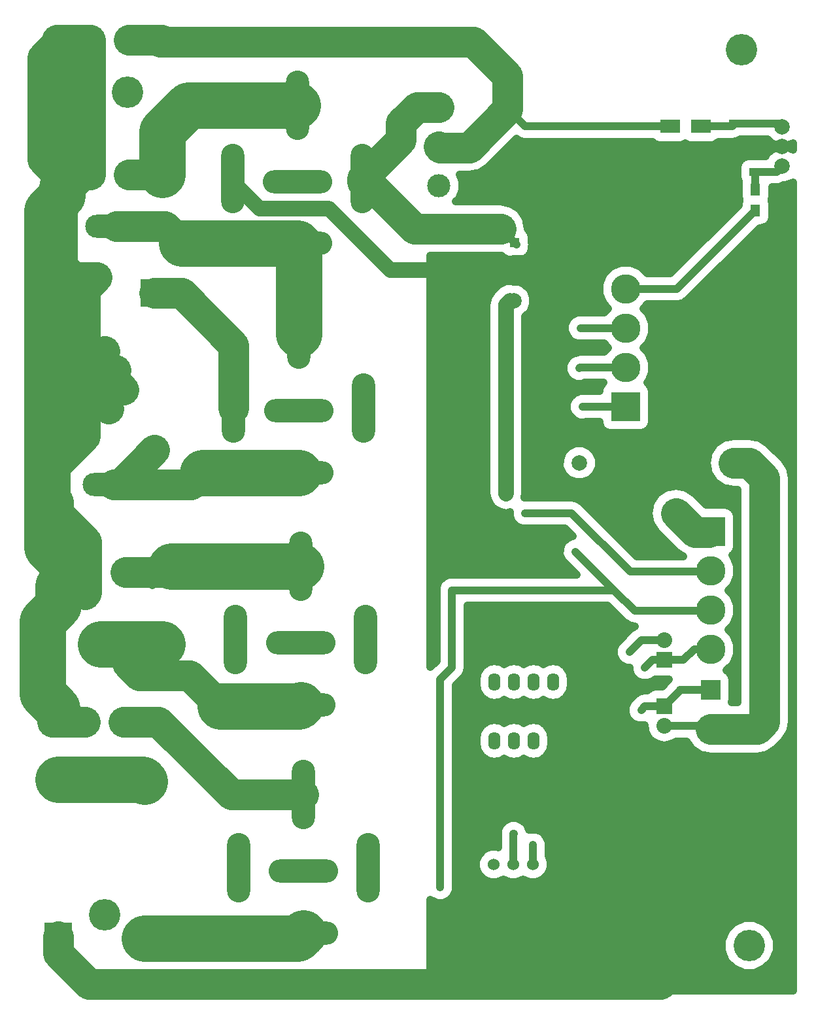
<source format=gbr>
G04 #@! TF.FileFunction,Copper,L2,Bot,Signal*
%FSLAX46Y46*%
G04 Gerber Fmt 4.6, Leading zero omitted, Abs format (unit mm)*
G04 Created by KiCad (PCBNEW 4.0.6) date Saturday, 02 July 2022 'AMt' 09:59:54*
%MOMM*%
%LPD*%
G01*
G04 APERTURE LIST*
%ADD10C,0.100000*%
%ADD11C,1.300000*%
%ADD12R,1.300000X1.300000*%
%ADD13C,1.998980*%
%ADD14O,1.600000X2.300000*%
%ADD15O,8.000000X3.000000*%
%ADD16C,3.000000*%
%ADD17C,3.540760*%
%ADD18R,3.540760X3.540760*%
%ADD19O,3.000000X9.000000*%
%ADD20O,9.000000X3.000000*%
%ADD21C,3.810000*%
%ADD22R,3.810000X3.810000*%
%ADD23C,2.000000*%
%ADD24C,1.524000*%
%ADD25R,2.032000X2.032000*%
%ADD26O,2.032000X2.032000*%
%ADD27C,3.800000*%
%ADD28R,3.000000X3.500000*%
%ADD29R,2.540000X2.540000*%
%ADD30C,2.540000*%
%ADD31C,10.000000*%
%ADD32C,4.064000*%
%ADD33R,1.600000X1.000000*%
%ADD34R,2.500000X1.800000*%
%ADD35R,1.300000X1.500000*%
%ADD36C,1.000000*%
%ADD37C,1.000000*%
%ADD38C,4.000000*%
%ADD39C,2.000000*%
%ADD40C,6.000000*%
G04 APERTURE END LIST*
D10*
D11*
X63350000Y94700000D03*
D12*
X63350000Y98200000D03*
D13*
X71700000Y69700000D03*
X91700000Y69700000D03*
D14*
X60700000Y33700000D03*
X63240000Y33700000D03*
X65780000Y33700000D03*
X68320000Y33700000D03*
X68320000Y41320000D03*
X65780000Y41320000D03*
X63240000Y41320000D03*
X60700000Y41320000D03*
D15*
X11750000Y100350000D03*
D16*
X9210000Y100350000D03*
X14290000Y100350000D03*
D17*
X16702540Y71380000D03*
D18*
X16702540Y91700000D03*
D17*
X15397460Y28420000D03*
D18*
X15397460Y8100000D03*
D17*
X4197460Y28720000D03*
D18*
X4197460Y8400000D03*
D19*
X43600000Y106525000D03*
X26800000Y106525000D03*
X35200000Y116025000D03*
D20*
X35200000Y106125000D03*
X35200000Y98125000D03*
D19*
X43750000Y76825000D03*
X26950000Y76825000D03*
X35350000Y86325000D03*
D20*
X35350000Y76425000D03*
X35350000Y68425000D03*
D19*
X44375000Y17250000D03*
X27575000Y17250000D03*
X35975000Y26750000D03*
D20*
X35975000Y16850000D03*
X35975000Y8850000D03*
D19*
X44000000Y46800000D03*
X27200000Y46800000D03*
X35600000Y56300000D03*
D20*
X35600000Y46400000D03*
X35600000Y38400000D03*
D21*
X77700000Y82070000D03*
X77700000Y87150000D03*
D22*
X77700000Y76990000D03*
D21*
X77700000Y92230000D03*
X77700000Y97310000D03*
D15*
X11450000Y66900000D03*
D16*
X13990000Y66900000D03*
X8910000Y66900000D03*
D15*
X9700000Y28700000D03*
D16*
X12240000Y28700000D03*
X7160000Y28700000D03*
D23*
X97985000Y110675000D03*
X97985000Y113215000D03*
X97985000Y108135000D03*
D16*
X53535000Y110675000D03*
X53535000Y115755000D03*
X53535000Y105595000D03*
D24*
X63160000Y17700000D03*
X60620000Y17700000D03*
X65700000Y17700000D03*
D15*
X13200000Y46200000D03*
D16*
X10660000Y46200000D03*
X15740000Y46200000D03*
D25*
X82700000Y44200000D03*
D26*
X82700000Y46740000D03*
D25*
X82700000Y38200000D03*
D26*
X82700000Y35660000D03*
D27*
X4075000Y124475000D03*
X8325000Y124475000D03*
X13325000Y124475000D03*
X17575000Y124475000D03*
D28*
X15475000Y124475000D03*
X6175000Y124475000D03*
D27*
X4150000Y107000000D03*
X8400000Y107000000D03*
X13400000Y107000000D03*
X17650000Y107000000D03*
D28*
X15550000Y107000000D03*
X6250000Y107000000D03*
D27*
X3650000Y55550000D03*
X7900000Y55550000D03*
X12900000Y55550000D03*
X17150000Y55550000D03*
D28*
X15050000Y55550000D03*
X5750000Y55550000D03*
D27*
X3450000Y36200000D03*
X7700000Y36200000D03*
X12700000Y36200000D03*
X16950000Y36200000D03*
D28*
X14850000Y36200000D03*
X5550000Y36200000D03*
D21*
X88700000Y55740000D03*
X88700000Y50660000D03*
D22*
X88700000Y60820000D03*
D21*
X88700000Y45580000D03*
D29*
X88700000Y40280000D03*
D30*
X88700000Y35200000D03*
X88700000Y30120000D03*
D31*
X76200000Y10700000D03*
X6200000Y80200000D03*
D32*
X93700000Y7200000D03*
X10200000Y11200000D03*
X92700000Y123200000D03*
X13200000Y117700000D03*
D33*
X94510000Y107390000D03*
X94510000Y110390000D03*
X91840000Y110590000D03*
X91840000Y113590000D03*
D34*
X83440000Y113250000D03*
X87440000Y113250000D03*
D35*
X94510000Y102390000D03*
X94510000Y105090000D03*
D36*
X66200000Y22200000D03*
X72700000Y44700000D03*
X80200000Y43200000D03*
X62200000Y65700000D03*
X62200000Y75200000D03*
X62200000Y82700000D03*
D23*
X62700000Y90700000D03*
X63200000Y90700000D03*
D36*
X84200000Y63200000D03*
X72125000Y76975000D03*
X71675000Y81950000D03*
X53700000Y14700000D03*
X55200000Y53200000D03*
X71200000Y58200000D03*
X64700000Y63200000D03*
X15400000Y124375000D03*
X78200000Y45200000D03*
X71850000Y87150000D03*
X63200000Y21700000D03*
X79700000Y37700000D03*
X65700000Y20200000D03*
D37*
X91840000Y110590000D02*
X91840000Y110500000D01*
X91840000Y110500000D02*
X78650000Y97310000D01*
X78650000Y97310000D02*
X77700000Y97310000D01*
X94510000Y110390000D02*
X97700000Y110390000D01*
X97700000Y110390000D02*
X97985000Y110675000D01*
X91840000Y110590000D02*
X94310000Y110590000D01*
X94310000Y110590000D02*
X94510000Y110390000D01*
D38*
X16702540Y91700000D02*
X20200000Y91700000D01*
X26950000Y84950000D02*
X26950000Y76825000D01*
X20200000Y91700000D02*
X26950000Y84950000D01*
X4197460Y8400000D02*
X4197460Y6202540D01*
X88700000Y8700000D02*
X88700000Y30120000D01*
X82200000Y2200000D02*
X88700000Y8700000D01*
X8200000Y2200000D02*
X82200000Y2200000D01*
X4197460Y6202540D02*
X8200000Y2200000D01*
D37*
X78450000Y30450000D02*
X78450000Y30120000D01*
X74450000Y30450000D02*
X78450000Y30450000D01*
X66200000Y22200000D02*
X74450000Y30450000D01*
X68320000Y33700000D02*
X75200000Y33700000D01*
X78780000Y30120000D02*
X78450000Y30120000D01*
X78450000Y30120000D02*
X88700000Y30120000D01*
X75200000Y33700000D02*
X78780000Y30120000D01*
X71700000Y33700000D02*
X68320000Y33700000D01*
X72700000Y34700000D02*
X71700000Y33700000D01*
X72700000Y44700000D02*
X72700000Y34700000D01*
X68320000Y33580000D02*
X68320000Y33700000D01*
D39*
X63350000Y94700000D02*
X47200000Y94700000D01*
X30274998Y102625002D02*
X26800000Y106100000D01*
X39274998Y102625002D02*
X30274998Y102625002D01*
X47200000Y94700000D02*
X39274998Y102625002D01*
X26800000Y106100000D02*
X26800000Y106525000D01*
D38*
X63350000Y94700000D02*
X71575000Y94700000D01*
X71575000Y94700000D02*
X74185000Y97310000D01*
X74185000Y97310000D02*
X77700000Y97310000D01*
D37*
X26950000Y106375000D02*
X26800000Y106525000D01*
X27200000Y17625000D02*
X27575000Y17250000D01*
X74185000Y97310000D02*
X77700000Y97310000D01*
X71575000Y94700000D02*
X74185000Y97310000D01*
X81200000Y44200000D02*
X82700000Y44200000D01*
X80200000Y43200000D02*
X81200000Y44200000D01*
X88700000Y45580000D02*
X86580000Y45580000D01*
X86580000Y45580000D02*
X85200000Y44200000D01*
X85200000Y44200000D02*
X82700000Y44200000D01*
X82700000Y35660000D02*
X88240000Y35660000D01*
X88240000Y35660000D02*
X88700000Y35200000D01*
D38*
X88700000Y35200000D02*
X94700000Y35200000D01*
X93700000Y69700000D02*
X91700000Y69700000D01*
X95700000Y67700000D02*
X93700000Y69700000D01*
X95700000Y36200000D02*
X95700000Y67700000D01*
X94700000Y35200000D02*
X95700000Y36200000D01*
D39*
X62200000Y65700000D02*
X62200000Y75700000D01*
D37*
X62200000Y75200000D02*
X62200000Y75700000D01*
D39*
X62700000Y90700000D02*
X62200000Y90200000D01*
X62200000Y90200000D02*
X62200000Y82700000D01*
X62200000Y82700000D02*
X62200000Y75700000D01*
D38*
X43600000Y106525000D02*
X43875000Y106525000D01*
X43875000Y106525000D02*
X50380000Y100020000D01*
D37*
X61530000Y100020000D02*
X63600000Y97950000D01*
D38*
X50380000Y100020000D02*
X61530000Y100020000D01*
X43600000Y106525000D02*
X43600000Y106100000D01*
X53535000Y115755000D02*
X50680000Y115755000D01*
X50680000Y115755000D02*
X48625000Y113700000D01*
X48625000Y113700000D02*
X48625000Y111550000D01*
X48625000Y111550000D02*
X43600000Y106525000D01*
D37*
X63600000Y97950000D02*
X63350000Y98200000D01*
D38*
X88450000Y60675000D02*
X86725000Y60675000D01*
X86725000Y60675000D02*
X84200000Y63200000D01*
X88450000Y60675000D02*
X87725000Y60675000D01*
D37*
X72125000Y76975000D02*
X72140000Y76990000D01*
X72140000Y76990000D02*
X77700000Y76990000D01*
X94510000Y102390000D02*
X94490000Y102390000D01*
X94490000Y102390000D02*
X84330000Y92230000D01*
X84330000Y92230000D02*
X77700000Y92230000D01*
X71795000Y82070000D02*
X77700000Y82070000D01*
X71675000Y81950000D02*
X71795000Y82070000D01*
X55200000Y43200000D02*
X55200000Y53200000D01*
X53700000Y41700000D02*
X55200000Y43200000D01*
X53700000Y14700000D02*
X53700000Y41700000D01*
X55200000Y53200000D02*
X76200000Y53200000D01*
X78885000Y50515000D02*
X88450000Y50515000D01*
X71200000Y58200000D02*
X76200000Y53200000D01*
X76200000Y53200000D02*
X78885000Y50515000D01*
X87358200Y50515000D02*
X88450000Y50515000D01*
X88450000Y55595000D02*
X78305000Y55595000D01*
X70700000Y63200000D02*
X64700000Y63200000D01*
X78305000Y55595000D02*
X70700000Y63200000D01*
X88450000Y55595000D02*
X87424320Y55595000D01*
D38*
X11450000Y66900000D02*
X12222540Y66900000D01*
X12222540Y66900000D02*
X16702540Y71380000D01*
X11450000Y66900000D02*
X21400000Y66900000D01*
X21400000Y66900000D02*
X22925000Y68425000D01*
D40*
X22925000Y68425000D02*
X35350000Y68425000D01*
D37*
X21400000Y66900000D02*
X22925000Y68425000D01*
D40*
X9700000Y28700000D02*
X15117460Y28700000D01*
X15117460Y28700000D02*
X15397460Y28420000D01*
X4197460Y28720000D02*
X9680000Y28720000D01*
X9680000Y28720000D02*
X9700000Y28700000D01*
D37*
X4197460Y28720000D02*
X4197460Y29197460D01*
X15397460Y28420000D02*
X15397460Y28602540D01*
D40*
X15397460Y8100000D02*
X35225000Y8100000D01*
X35225000Y8100000D02*
X35975000Y8850000D01*
D37*
X83440000Y113250000D02*
X64675000Y113250000D01*
X64675000Y113250000D02*
X62425000Y115500000D01*
D38*
X13325000Y124475000D02*
X17575000Y124475000D01*
X57450000Y110525000D02*
X53685000Y110525000D01*
X53685000Y110525000D02*
X53535000Y110675000D01*
X58000000Y124200000D02*
X17400000Y124200000D01*
X62425000Y119775000D02*
X58000000Y124200000D01*
X62425000Y115500000D02*
X62425000Y119775000D01*
X57450000Y110525000D02*
X62425000Y115500000D01*
X6200000Y80200000D02*
X7200000Y80200000D01*
X7200000Y80200000D02*
X10700000Y76700000D01*
X6200000Y80200000D02*
X10200000Y84200000D01*
X6200000Y80200000D02*
X11700000Y80200000D01*
X11700000Y80200000D02*
X12700000Y79200000D01*
X6200000Y80200000D02*
X10200000Y80200000D01*
X10200000Y80200000D02*
X11700000Y81700000D01*
X7700000Y73200000D02*
X7700000Y92200000D01*
X7700000Y92200000D02*
X9200000Y93700000D01*
X6200000Y93700000D02*
X9200000Y93700000D01*
X7700000Y73200000D02*
X3700000Y69200000D01*
X7900000Y55550000D02*
X7900000Y52900000D01*
X7900000Y52900000D02*
X7700000Y52700000D01*
X8400000Y107000000D02*
X7350000Y107000000D01*
X7350000Y107000000D02*
X4700000Y104350000D01*
X4700000Y104350000D02*
X4700000Y95200000D01*
X4700000Y95200000D02*
X6200000Y93700000D01*
X6200000Y93700000D02*
X6200000Y75700000D01*
X6200000Y75700000D02*
X3700000Y73200000D01*
X3700000Y73200000D02*
X3700000Y69200000D01*
X3700000Y69200000D02*
X3700000Y65200000D01*
X3700000Y65200000D02*
X4200000Y64700000D01*
X4200000Y64700000D02*
X4200000Y63200000D01*
X4200000Y63200000D02*
X7900000Y59500000D01*
X7900000Y59500000D02*
X7900000Y55550000D01*
X8325000Y124475000D02*
X8325000Y107075000D01*
X8325000Y107075000D02*
X8400000Y107000000D01*
X4075000Y124475000D02*
X4075000Y124075000D01*
X4075000Y124075000D02*
X2200000Y122200000D01*
X2200000Y108950000D02*
X4150000Y107000000D01*
X2200000Y122200000D02*
X2200000Y108950000D01*
X3450000Y36200000D02*
X7700000Y36200000D01*
X4250000Y51250000D02*
X4250000Y54950000D01*
X4250000Y54950000D02*
X4850000Y55550000D01*
X4850000Y55550000D02*
X7900000Y55550000D01*
X4150000Y107000000D02*
X8400000Y107000000D01*
X4075000Y124475000D02*
X8325000Y124475000D01*
D40*
X4250000Y53800000D02*
X4250000Y51250000D01*
X2200000Y39800000D02*
X4050000Y37950000D01*
X2200000Y49200000D02*
X2200000Y39800000D01*
X4250000Y51250000D02*
X2200000Y49200000D01*
D37*
X4250000Y57300000D02*
X4250000Y53800000D01*
D38*
X6175000Y124475000D02*
X6175000Y123825000D01*
X6175000Y123825000D02*
X4575000Y122225000D01*
X4575000Y122225000D02*
X4575000Y108675000D01*
X4575000Y108675000D02*
X6250000Y107000000D01*
D40*
X4700000Y105375000D02*
X4700000Y104350000D01*
X4700000Y104350000D02*
X2750000Y102400000D01*
X2750000Y102400000D02*
X2750000Y58750000D01*
X2750000Y58750000D02*
X4150000Y57350000D01*
X17650000Y107000000D02*
X17650000Y112650000D01*
X21025000Y116025000D02*
X35200000Y116025000D01*
X17650000Y112650000D02*
X21025000Y116025000D01*
D38*
X13400000Y107000000D02*
X17650000Y107000000D01*
D37*
X17050000Y108750000D02*
X17050000Y105250000D01*
D38*
X12900000Y55550000D02*
X17150000Y55550000D01*
D40*
X35600000Y56300000D02*
X18900000Y56300000D01*
D37*
X18900000Y56300000D02*
X16450000Y53850000D01*
D38*
X14850000Y36200000D02*
X16950000Y36200000D01*
X16950000Y36200000D02*
X17200000Y36200000D01*
X17200000Y36200000D02*
X26650000Y26750000D01*
X26650000Y26750000D02*
X35975000Y26750000D01*
X12700000Y36200000D02*
X16950000Y36200000D01*
D37*
X79740000Y46740000D02*
X82700000Y46740000D01*
X78200000Y45200000D02*
X79740000Y46740000D01*
D38*
X11750000Y100350000D02*
X18025000Y100350000D01*
X18025000Y100350000D02*
X20250000Y98125000D01*
D40*
X35200000Y98125000D02*
X20250000Y98125000D01*
D37*
X20250000Y98125000D02*
X18025000Y100350000D01*
D40*
X35350000Y86325000D02*
X35350000Y97975000D01*
D37*
X35350000Y97975000D02*
X35200000Y98125000D01*
D38*
X13200000Y46200000D02*
X13200000Y43700000D01*
X21200000Y42200000D02*
X25200000Y38200000D01*
X14700000Y42200000D02*
X21200000Y42200000D01*
X13200000Y43700000D02*
X14700000Y42200000D01*
D40*
X25200000Y38200000D02*
X35400000Y38200000D01*
X13200000Y46200000D02*
X9700000Y46200000D01*
X35400000Y38200000D02*
X35600000Y38400000D01*
X17700000Y46200000D02*
X13200000Y46200000D01*
D37*
X71850000Y87150000D02*
X77700000Y87150000D01*
X63160000Y21660000D02*
X63160000Y17700000D01*
X63200000Y21700000D02*
X63160000Y21660000D01*
X82700000Y38200000D02*
X80200000Y38200000D01*
X80200000Y38200000D02*
X79700000Y37700000D01*
X65700000Y17700000D02*
X65700000Y20200000D01*
X82700000Y38200000D02*
X84700000Y40200000D01*
X84700000Y40200000D02*
X84700000Y40280000D01*
X88700000Y40280000D02*
X84700000Y40280000D01*
X94510000Y107390000D02*
X94510000Y105090000D01*
X94510000Y107390000D02*
X97240000Y107390000D01*
X97240000Y107390000D02*
X97985000Y108135000D01*
X91840000Y113590000D02*
X97610000Y113590000D01*
X97610000Y113590000D02*
X97985000Y113215000D01*
X87440000Y113250000D02*
X91500000Y113250000D01*
X91500000Y113250000D02*
X91840000Y113590000D01*
G36*
X63909633Y111402241D02*
X64036616Y111376982D01*
X64675000Y111249999D01*
X64675005Y111250000D01*
X81142905Y111250000D01*
X81594983Y110941108D01*
X82190000Y110820614D01*
X84690000Y110820614D01*
X85245867Y110925207D01*
X85437645Y111048613D01*
X85594983Y110941108D01*
X86190000Y110820614D01*
X88690000Y110820614D01*
X89245867Y110925207D01*
X89750609Y111250000D01*
X91499995Y111250000D01*
X91500000Y111249999D01*
X92265367Y111402241D01*
X92502389Y111560614D01*
X92640000Y111560614D01*
X92796174Y111590000D01*
X96074714Y111590000D01*
X96567015Y111096839D01*
X97485538Y110715435D01*
X98480099Y110714567D01*
X99350000Y111074002D01*
X99350000Y110275162D01*
X98484462Y110634565D01*
X97489901Y110635433D01*
X96570714Y110255633D01*
X95866839Y109552985D01*
X95799162Y109390000D01*
X95455112Y109390000D01*
X95310000Y109419386D01*
X93710000Y109419386D01*
X93154133Y109314793D01*
X92643604Y108986276D01*
X92301108Y108485017D01*
X92180614Y107890000D01*
X92180614Y106890000D01*
X92285207Y106334133D01*
X92395857Y106162179D01*
X92330614Y105840000D01*
X92330614Y104340000D01*
X92435207Y103784133D01*
X92459196Y103746854D01*
X92451108Y103735017D01*
X92330614Y103140000D01*
X92330614Y103059041D01*
X83501572Y94230000D01*
X80514689Y94230000D01*
X79631296Y95114935D01*
X78380268Y95634408D01*
X77025675Y95635590D01*
X75773742Y95118302D01*
X74815065Y94161296D01*
X74295592Y92910268D01*
X74294410Y91555675D01*
X74811698Y90303742D01*
X75424601Y89689769D01*
X74883889Y89150000D01*
X71850599Y89150000D01*
X71453921Y89150346D01*
X70718571Y88846506D01*
X70155471Y88284388D01*
X69850348Y87549570D01*
X69849654Y86753921D01*
X70153494Y86018571D01*
X70715612Y85455471D01*
X71450430Y85150348D01*
X72246079Y85149654D01*
X72246916Y85150000D01*
X74885311Y85150000D01*
X75424601Y84609769D01*
X74883889Y84070000D01*
X71795005Y84070000D01*
X71795000Y84070001D01*
X71193459Y83950346D01*
X71029633Y83917759D01*
X70753475Y83733236D01*
X70543571Y83646506D01*
X70381420Y83484637D01*
X70380786Y83484214D01*
X70380784Y83484211D01*
X70260875Y83364303D01*
X69980471Y83084388D01*
X69675348Y82349570D01*
X69674654Y81553921D01*
X69978494Y80818571D01*
X70540612Y80255471D01*
X71275430Y79950348D01*
X71674998Y79949999D01*
X71675002Y79949999D01*
X72071079Y79949654D01*
X72362339Y80070000D01*
X74850944Y80070000D01*
X74728604Y79991276D01*
X74386108Y79490017D01*
X74284852Y78990000D01*
X72140000Y78990000D01*
X72064856Y78975053D01*
X71728921Y78975346D01*
X71415709Y78845929D01*
X71374633Y78837759D01*
X71340115Y78814695D01*
X70993571Y78671506D01*
X70725865Y78404267D01*
X70725786Y78404214D01*
X70725784Y78404211D01*
X70710878Y78389306D01*
X70430471Y78109388D01*
X70125348Y77374570D01*
X70124654Y76578921D01*
X70428494Y75843571D01*
X70990612Y75280471D01*
X71725430Y74975348D01*
X72124998Y74974999D01*
X72125002Y74974999D01*
X72521079Y74974654D01*
X72558219Y74990000D01*
X74283489Y74990000D01*
X74370207Y74529133D01*
X74698724Y74018604D01*
X75199983Y73676108D01*
X75795000Y73555614D01*
X79605000Y73555614D01*
X80160867Y73660207D01*
X80671396Y73988724D01*
X81013892Y74489983D01*
X81134386Y75085000D01*
X81134386Y78895000D01*
X81029793Y79450867D01*
X80701276Y79961396D01*
X80526764Y80080635D01*
X80584935Y80138704D01*
X81104408Y81389732D01*
X81105590Y82744325D01*
X80588302Y83996258D01*
X79975399Y84610231D01*
X80584935Y85218704D01*
X81104408Y86469732D01*
X81105590Y87824325D01*
X80588302Y89076258D01*
X79975399Y89690231D01*
X80516111Y90230000D01*
X84329995Y90230000D01*
X84330000Y90229999D01*
X85095367Y90382241D01*
X85744214Y90815786D01*
X95039041Y100110614D01*
X95160000Y100110614D01*
X95715867Y100215207D01*
X96226396Y100543724D01*
X96568892Y101044983D01*
X96689386Y101640000D01*
X96689386Y103140000D01*
X96584793Y103695867D01*
X96560804Y103733146D01*
X96568892Y103744983D01*
X96689386Y104340000D01*
X96689386Y105390000D01*
X97239995Y105390000D01*
X97240000Y105389999D01*
X98005367Y105542241D01*
X98143982Y105634860D01*
X98480099Y105634567D01*
X99350000Y105994002D01*
X99350000Y1400000D01*
X52425000Y1400000D01*
X52425000Y6500524D01*
X90167388Y6500524D01*
X90703970Y5201896D01*
X91696670Y4207462D01*
X92994360Y3668614D01*
X94399476Y3667388D01*
X95698104Y4203970D01*
X96692538Y5196670D01*
X97231386Y6494360D01*
X97232612Y7899476D01*
X96696030Y9198104D01*
X95703330Y10192538D01*
X94405640Y10731386D01*
X93000524Y10732612D01*
X91701896Y10196030D01*
X90707462Y9203330D01*
X90168614Y7905640D01*
X90167388Y6500524D01*
X52425000Y6500524D01*
X52425000Y13146329D01*
X52565612Y13005471D01*
X53300430Y12700348D01*
X54096079Y12699654D01*
X54831429Y13003494D01*
X55394529Y13565612D01*
X55699652Y14300430D01*
X55700346Y15096079D01*
X55700000Y15096916D01*
X55700000Y17252034D01*
X58357608Y17252034D01*
X58701252Y16420354D01*
X59337007Y15783488D01*
X60168086Y15438394D01*
X61067966Y15437608D01*
X61890998Y15777679D01*
X62708086Y15438394D01*
X63607966Y15437608D01*
X64430998Y15777679D01*
X65248086Y15438394D01*
X66147966Y15437608D01*
X66979646Y15781252D01*
X67616512Y16417007D01*
X67961606Y17248086D01*
X67962392Y18147966D01*
X67700000Y18783002D01*
X67700000Y20199401D01*
X67700346Y20596079D01*
X67396506Y21331429D01*
X66834388Y21894529D01*
X66099570Y22199652D01*
X65303921Y22200346D01*
X65178651Y22148585D01*
X64896506Y22831429D01*
X64334388Y23394529D01*
X63599570Y23699652D01*
X63200002Y23700001D01*
X63199998Y23700001D01*
X62803921Y23700346D01*
X62068571Y23396506D01*
X61505471Y22834388D01*
X61374028Y22517838D01*
X61312241Y22425367D01*
X61290734Y22317243D01*
X61200348Y22099570D01*
X61200141Y21861804D01*
X61159999Y21660000D01*
X61160000Y21659995D01*
X61160000Y19925030D01*
X61071914Y19961606D01*
X60172034Y19962392D01*
X59340354Y19618748D01*
X58703488Y18982993D01*
X58358394Y18151914D01*
X58357608Y17252034D01*
X55700000Y17252034D01*
X55700000Y34101917D01*
X58400000Y34101917D01*
X58400000Y33298083D01*
X58575077Y32417911D01*
X59073654Y31671737D01*
X59819828Y31173160D01*
X60700000Y30998083D01*
X61580172Y31173160D01*
X61970000Y31433634D01*
X62359828Y31173160D01*
X63240000Y30998083D01*
X64120172Y31173160D01*
X64510000Y31433634D01*
X64899828Y31173160D01*
X65780000Y30998083D01*
X66660172Y31173160D01*
X67406346Y31671737D01*
X67904923Y32417911D01*
X68080000Y33298083D01*
X68080000Y34101917D01*
X67904923Y34982089D01*
X67406346Y35728263D01*
X66660172Y36226840D01*
X65780000Y36401917D01*
X64899828Y36226840D01*
X64510000Y35966366D01*
X64120172Y36226840D01*
X63240000Y36401917D01*
X62359828Y36226840D01*
X61970000Y35966366D01*
X61580172Y36226840D01*
X60700000Y36401917D01*
X59819828Y36226840D01*
X59073654Y35728263D01*
X58575077Y34982089D01*
X58400000Y34101917D01*
X55700000Y34101917D01*
X55700000Y40871572D01*
X56550344Y41721917D01*
X58400000Y41721917D01*
X58400000Y40918083D01*
X58575077Y40037911D01*
X59073654Y39291737D01*
X59819828Y38793160D01*
X60700000Y38618083D01*
X61580172Y38793160D01*
X61970000Y39053634D01*
X62359828Y38793160D01*
X63240000Y38618083D01*
X64120172Y38793160D01*
X64510000Y39053634D01*
X64899828Y38793160D01*
X65780000Y38618083D01*
X66660172Y38793160D01*
X67050000Y39053634D01*
X67439828Y38793160D01*
X68320000Y38618083D01*
X69200172Y38793160D01*
X69946346Y39291737D01*
X70444923Y40037911D01*
X70620000Y40918083D01*
X70620000Y41721917D01*
X70444923Y42602089D01*
X69946346Y43348263D01*
X69200172Y43846840D01*
X68320000Y44021917D01*
X67439828Y43846840D01*
X67050000Y43586366D01*
X66660172Y43846840D01*
X65780000Y44021917D01*
X64899828Y43846840D01*
X64510000Y43586366D01*
X64120172Y43846840D01*
X63240000Y44021917D01*
X62359828Y43846840D01*
X61970000Y43586366D01*
X61580172Y43846840D01*
X60700000Y44021917D01*
X59819828Y43846840D01*
X59073654Y43348263D01*
X58575077Y42602089D01*
X58400000Y41721917D01*
X56550344Y41721917D01*
X56614211Y41785784D01*
X56614214Y41785786D01*
X57047759Y42434633D01*
X57200000Y43200000D01*
X57200000Y51200000D01*
X75371572Y51200000D01*
X77470784Y49100789D01*
X77470786Y49100786D01*
X78020107Y48733742D01*
X78119633Y48667241D01*
X78870159Y48517952D01*
X78325786Y48154214D01*
X78325784Y48154211D01*
X76785874Y46614302D01*
X76505471Y46334388D01*
X76200348Y45599570D01*
X76199654Y44803921D01*
X76503494Y44068571D01*
X77065612Y43505471D01*
X77800430Y43200348D01*
X78199998Y43199999D01*
X78199999Y43199999D01*
X78199654Y42803921D01*
X78503494Y42068571D01*
X79065612Y41505471D01*
X79800430Y41200348D01*
X80199998Y41199999D01*
X80200002Y41199999D01*
X80596079Y41199654D01*
X81331429Y41503494D01*
X81516743Y41688484D01*
X81684000Y41654614D01*
X83259326Y41654614D01*
X83124691Y41453118D01*
X82416959Y40745386D01*
X81684000Y40745386D01*
X81128133Y40640793D01*
X80617604Y40312276D01*
X80540889Y40200000D01*
X80200005Y40200000D01*
X80200000Y40200001D01*
X79434633Y40047759D01*
X78785786Y39614214D01*
X78785784Y39614211D01*
X78285874Y39114302D01*
X78005471Y38834388D01*
X77700348Y38099570D01*
X77699654Y37303921D01*
X78003494Y36568571D01*
X78565612Y36005471D01*
X79300430Y35700348D01*
X79699998Y35699999D01*
X79700002Y35699999D01*
X80096079Y35699654D01*
X80146762Y35720596D01*
X80134709Y35660000D01*
X80326228Y34697168D01*
X80871628Y33880919D01*
X81687877Y33335519D01*
X82650709Y33144000D01*
X82749291Y33144000D01*
X83712123Y33335519D01*
X84197743Y33660000D01*
X85600464Y33660000D01*
X86225126Y32725126D01*
X87360608Y31966422D01*
X88700000Y31700000D01*
X94700000Y31700000D01*
X96039392Y31966422D01*
X97174874Y32725126D01*
X98174871Y33725124D01*
X98174874Y33725126D01*
X98933578Y34860608D01*
X99091516Y35654614D01*
X99200001Y36200000D01*
X99200000Y36200005D01*
X99200000Y67700000D01*
X98933578Y69039392D01*
X98174874Y70174874D01*
X96174874Y72174874D01*
X95039392Y72933578D01*
X93700000Y73200000D01*
X91700000Y73200000D01*
X90360608Y72933578D01*
X89225126Y72174874D01*
X88466422Y71039392D01*
X88200000Y69700000D01*
X88466422Y68360608D01*
X89225126Y67225126D01*
X90360608Y66466422D01*
X91700000Y66200000D01*
X92200000Y66200000D01*
X92200000Y38700000D01*
X91436609Y38700000D01*
X91499386Y39010000D01*
X91499386Y41550000D01*
X91394793Y42105867D01*
X91066276Y42616396D01*
X90760273Y42825479D01*
X91584935Y43648704D01*
X92104408Y44899732D01*
X92105590Y46254325D01*
X91588302Y47506258D01*
X90975399Y48120231D01*
X91584935Y48728704D01*
X92104408Y49979732D01*
X92105590Y51334325D01*
X91588302Y52586258D01*
X90975399Y53200231D01*
X91584935Y53808704D01*
X92104408Y55059732D01*
X92105590Y56414325D01*
X91588302Y57666258D01*
X91528130Y57726535D01*
X91671396Y57818724D01*
X92013892Y58319983D01*
X92134386Y58915000D01*
X92134386Y62725000D01*
X92029793Y63280867D01*
X91701276Y63791396D01*
X91200017Y64133892D01*
X90605000Y64254386D01*
X88095362Y64254386D01*
X86674874Y65674874D01*
X85539392Y66433578D01*
X84200000Y66700000D01*
X82860608Y66433578D01*
X81725126Y65674874D01*
X80966422Y64539392D01*
X80700000Y63200000D01*
X80966422Y61860608D01*
X81725126Y60725126D01*
X84250126Y58200126D01*
X85155762Y57595000D01*
X79133427Y57595000D01*
X72114214Y64614214D01*
X71465367Y65047759D01*
X70700000Y65200001D01*
X70699995Y65200000D01*
X64700599Y65200000D01*
X64600561Y65200087D01*
X64700000Y65700000D01*
X64700000Y69205002D01*
X69200077Y69205002D01*
X69579800Y68286002D01*
X70282304Y67582271D01*
X71200639Y67200945D01*
X72194998Y67200077D01*
X73113998Y67579800D01*
X73817729Y68282304D01*
X74199055Y69200639D01*
X74199923Y70194998D01*
X73820200Y71113998D01*
X73117696Y71817729D01*
X72199361Y72199055D01*
X71205002Y72199923D01*
X70286002Y71820200D01*
X69582271Y71117696D01*
X69200945Y70199361D01*
X69200077Y69205002D01*
X64700000Y69205002D01*
X64700000Y88664932D01*
X65318161Y89282015D01*
X65699565Y90200538D01*
X65700433Y91195099D01*
X65320633Y92114286D01*
X64617985Y92818161D01*
X63699462Y93199565D01*
X62704901Y93200433D01*
X62703847Y93199998D01*
X62204901Y93200433D01*
X61285714Y92820633D01*
X60581839Y92117985D01*
X60581404Y92116938D01*
X60432233Y91967767D01*
X59890301Y91156709D01*
X59700000Y90200000D01*
X59700000Y65700000D01*
X59890301Y64743291D01*
X60432233Y63932233D01*
X61243291Y63390301D01*
X62200000Y63200000D01*
X62700086Y63299473D01*
X62699654Y62803921D01*
X63003494Y62068571D01*
X63565612Y61505471D01*
X64300430Y61200348D01*
X65096079Y61199654D01*
X65096916Y61200000D01*
X69871572Y61200000D01*
X70871285Y60200287D01*
X70803921Y60200346D01*
X70068571Y59896506D01*
X69505471Y59334388D01*
X69200348Y58599570D01*
X69199654Y57803921D01*
X69503494Y57068571D01*
X70065612Y56505471D01*
X70066448Y56505124D01*
X71371572Y55200000D01*
X55200599Y55200000D01*
X54803921Y55200346D01*
X54068571Y54896506D01*
X53505471Y54334388D01*
X53200348Y53599570D01*
X53199654Y52803921D01*
X53200000Y52803084D01*
X53200000Y44028427D01*
X52425000Y43253428D01*
X52425000Y96520000D01*
X61530000Y96520000D01*
X61574596Y96528871D01*
X61603724Y96483604D01*
X62104983Y96141108D01*
X62700000Y96020614D01*
X63244997Y96020614D01*
X63600000Y95949999D01*
X63955003Y96020614D01*
X64000000Y96020614D01*
X64555867Y96125207D01*
X65066396Y96453724D01*
X65408892Y96954983D01*
X65529386Y97550000D01*
X65529386Y97594997D01*
X65600001Y97950000D01*
X65529386Y98305003D01*
X65529386Y98850000D01*
X65424793Y99405867D01*
X65096276Y99916396D01*
X65019788Y99968658D01*
X65030000Y100020000D01*
X64763578Y101359392D01*
X64004874Y102494874D01*
X62869392Y103253578D01*
X61530000Y103520000D01*
X55702723Y103520000D01*
X56076793Y103893418D01*
X56534478Y104995645D01*
X56535519Y106189119D01*
X56190140Y107025000D01*
X57450000Y107025000D01*
X58789392Y107291422D01*
X59924874Y108050126D01*
X63530390Y111655643D01*
X63909633Y111402241D01*
X63909633Y111402241D01*
G37*
X63909633Y111402241D02*
X64036616Y111376982D01*
X64675000Y111249999D01*
X64675005Y111250000D01*
X81142905Y111250000D01*
X81594983Y110941108D01*
X82190000Y110820614D01*
X84690000Y110820614D01*
X85245867Y110925207D01*
X85437645Y111048613D01*
X85594983Y110941108D01*
X86190000Y110820614D01*
X88690000Y110820614D01*
X89245867Y110925207D01*
X89750609Y111250000D01*
X91499995Y111250000D01*
X91500000Y111249999D01*
X92265367Y111402241D01*
X92502389Y111560614D01*
X92640000Y111560614D01*
X92796174Y111590000D01*
X96074714Y111590000D01*
X96567015Y111096839D01*
X97485538Y110715435D01*
X98480099Y110714567D01*
X99350000Y111074002D01*
X99350000Y110275162D01*
X98484462Y110634565D01*
X97489901Y110635433D01*
X96570714Y110255633D01*
X95866839Y109552985D01*
X95799162Y109390000D01*
X95455112Y109390000D01*
X95310000Y109419386D01*
X93710000Y109419386D01*
X93154133Y109314793D01*
X92643604Y108986276D01*
X92301108Y108485017D01*
X92180614Y107890000D01*
X92180614Y106890000D01*
X92285207Y106334133D01*
X92395857Y106162179D01*
X92330614Y105840000D01*
X92330614Y104340000D01*
X92435207Y103784133D01*
X92459196Y103746854D01*
X92451108Y103735017D01*
X92330614Y103140000D01*
X92330614Y103059041D01*
X83501572Y94230000D01*
X80514689Y94230000D01*
X79631296Y95114935D01*
X78380268Y95634408D01*
X77025675Y95635590D01*
X75773742Y95118302D01*
X74815065Y94161296D01*
X74295592Y92910268D01*
X74294410Y91555675D01*
X74811698Y90303742D01*
X75424601Y89689769D01*
X74883889Y89150000D01*
X71850599Y89150000D01*
X71453921Y89150346D01*
X70718571Y88846506D01*
X70155471Y88284388D01*
X69850348Y87549570D01*
X69849654Y86753921D01*
X70153494Y86018571D01*
X70715612Y85455471D01*
X71450430Y85150348D01*
X72246079Y85149654D01*
X72246916Y85150000D01*
X74885311Y85150000D01*
X75424601Y84609769D01*
X74883889Y84070000D01*
X71795005Y84070000D01*
X71795000Y84070001D01*
X71193459Y83950346D01*
X71029633Y83917759D01*
X70753475Y83733236D01*
X70543571Y83646506D01*
X70381420Y83484637D01*
X70380786Y83484214D01*
X70380784Y83484211D01*
X70260875Y83364303D01*
X69980471Y83084388D01*
X69675348Y82349570D01*
X69674654Y81553921D01*
X69978494Y80818571D01*
X70540612Y80255471D01*
X71275430Y79950348D01*
X71674998Y79949999D01*
X71675002Y79949999D01*
X72071079Y79949654D01*
X72362339Y80070000D01*
X74850944Y80070000D01*
X74728604Y79991276D01*
X74386108Y79490017D01*
X74284852Y78990000D01*
X72140000Y78990000D01*
X72064856Y78975053D01*
X71728921Y78975346D01*
X71415709Y78845929D01*
X71374633Y78837759D01*
X71340115Y78814695D01*
X70993571Y78671506D01*
X70725865Y78404267D01*
X70725786Y78404214D01*
X70725784Y78404211D01*
X70710878Y78389306D01*
X70430471Y78109388D01*
X70125348Y77374570D01*
X70124654Y76578921D01*
X70428494Y75843571D01*
X70990612Y75280471D01*
X71725430Y74975348D01*
X72124998Y74974999D01*
X72125002Y74974999D01*
X72521079Y74974654D01*
X72558219Y74990000D01*
X74283489Y74990000D01*
X74370207Y74529133D01*
X74698724Y74018604D01*
X75199983Y73676108D01*
X75795000Y73555614D01*
X79605000Y73555614D01*
X80160867Y73660207D01*
X80671396Y73988724D01*
X81013892Y74489983D01*
X81134386Y75085000D01*
X81134386Y78895000D01*
X81029793Y79450867D01*
X80701276Y79961396D01*
X80526764Y80080635D01*
X80584935Y80138704D01*
X81104408Y81389732D01*
X81105590Y82744325D01*
X80588302Y83996258D01*
X79975399Y84610231D01*
X80584935Y85218704D01*
X81104408Y86469732D01*
X81105590Y87824325D01*
X80588302Y89076258D01*
X79975399Y89690231D01*
X80516111Y90230000D01*
X84329995Y90230000D01*
X84330000Y90229999D01*
X85095367Y90382241D01*
X85744214Y90815786D01*
X95039041Y100110614D01*
X95160000Y100110614D01*
X95715867Y100215207D01*
X96226396Y100543724D01*
X96568892Y101044983D01*
X96689386Y101640000D01*
X96689386Y103140000D01*
X96584793Y103695867D01*
X96560804Y103733146D01*
X96568892Y103744983D01*
X96689386Y104340000D01*
X96689386Y105390000D01*
X97239995Y105390000D01*
X97240000Y105389999D01*
X98005367Y105542241D01*
X98143982Y105634860D01*
X98480099Y105634567D01*
X99350000Y105994002D01*
X99350000Y1400000D01*
X52425000Y1400000D01*
X52425000Y6500524D01*
X90167388Y6500524D01*
X90703970Y5201896D01*
X91696670Y4207462D01*
X92994360Y3668614D01*
X94399476Y3667388D01*
X95698104Y4203970D01*
X96692538Y5196670D01*
X97231386Y6494360D01*
X97232612Y7899476D01*
X96696030Y9198104D01*
X95703330Y10192538D01*
X94405640Y10731386D01*
X93000524Y10732612D01*
X91701896Y10196030D01*
X90707462Y9203330D01*
X90168614Y7905640D01*
X90167388Y6500524D01*
X52425000Y6500524D01*
X52425000Y13146329D01*
X52565612Y13005471D01*
X53300430Y12700348D01*
X54096079Y12699654D01*
X54831429Y13003494D01*
X55394529Y13565612D01*
X55699652Y14300430D01*
X55700346Y15096079D01*
X55700000Y15096916D01*
X55700000Y17252034D01*
X58357608Y17252034D01*
X58701252Y16420354D01*
X59337007Y15783488D01*
X60168086Y15438394D01*
X61067966Y15437608D01*
X61890998Y15777679D01*
X62708086Y15438394D01*
X63607966Y15437608D01*
X64430998Y15777679D01*
X65248086Y15438394D01*
X66147966Y15437608D01*
X66979646Y15781252D01*
X67616512Y16417007D01*
X67961606Y17248086D01*
X67962392Y18147966D01*
X67700000Y18783002D01*
X67700000Y20199401D01*
X67700346Y20596079D01*
X67396506Y21331429D01*
X66834388Y21894529D01*
X66099570Y22199652D01*
X65303921Y22200346D01*
X65178651Y22148585D01*
X64896506Y22831429D01*
X64334388Y23394529D01*
X63599570Y23699652D01*
X63200002Y23700001D01*
X63199998Y23700001D01*
X62803921Y23700346D01*
X62068571Y23396506D01*
X61505471Y22834388D01*
X61374028Y22517838D01*
X61312241Y22425367D01*
X61290734Y22317243D01*
X61200348Y22099570D01*
X61200141Y21861804D01*
X61159999Y21660000D01*
X61160000Y21659995D01*
X61160000Y19925030D01*
X61071914Y19961606D01*
X60172034Y19962392D01*
X59340354Y19618748D01*
X58703488Y18982993D01*
X58358394Y18151914D01*
X58357608Y17252034D01*
X55700000Y17252034D01*
X55700000Y34101917D01*
X58400000Y34101917D01*
X58400000Y33298083D01*
X58575077Y32417911D01*
X59073654Y31671737D01*
X59819828Y31173160D01*
X60700000Y30998083D01*
X61580172Y31173160D01*
X61970000Y31433634D01*
X62359828Y31173160D01*
X63240000Y30998083D01*
X64120172Y31173160D01*
X64510000Y31433634D01*
X64899828Y31173160D01*
X65780000Y30998083D01*
X66660172Y31173160D01*
X67406346Y31671737D01*
X67904923Y32417911D01*
X68080000Y33298083D01*
X68080000Y34101917D01*
X67904923Y34982089D01*
X67406346Y35728263D01*
X66660172Y36226840D01*
X65780000Y36401917D01*
X64899828Y36226840D01*
X64510000Y35966366D01*
X64120172Y36226840D01*
X63240000Y36401917D01*
X62359828Y36226840D01*
X61970000Y35966366D01*
X61580172Y36226840D01*
X60700000Y36401917D01*
X59819828Y36226840D01*
X59073654Y35728263D01*
X58575077Y34982089D01*
X58400000Y34101917D01*
X55700000Y34101917D01*
X55700000Y40871572D01*
X56550344Y41721917D01*
X58400000Y41721917D01*
X58400000Y40918083D01*
X58575077Y40037911D01*
X59073654Y39291737D01*
X59819828Y38793160D01*
X60700000Y38618083D01*
X61580172Y38793160D01*
X61970000Y39053634D01*
X62359828Y38793160D01*
X63240000Y38618083D01*
X64120172Y38793160D01*
X64510000Y39053634D01*
X64899828Y38793160D01*
X65780000Y38618083D01*
X66660172Y38793160D01*
X67050000Y39053634D01*
X67439828Y38793160D01*
X68320000Y38618083D01*
X69200172Y38793160D01*
X69946346Y39291737D01*
X70444923Y40037911D01*
X70620000Y40918083D01*
X70620000Y41721917D01*
X70444923Y42602089D01*
X69946346Y43348263D01*
X69200172Y43846840D01*
X68320000Y44021917D01*
X67439828Y43846840D01*
X67050000Y43586366D01*
X66660172Y43846840D01*
X65780000Y44021917D01*
X64899828Y43846840D01*
X64510000Y43586366D01*
X64120172Y43846840D01*
X63240000Y44021917D01*
X62359828Y43846840D01*
X61970000Y43586366D01*
X61580172Y43846840D01*
X60700000Y44021917D01*
X59819828Y43846840D01*
X59073654Y43348263D01*
X58575077Y42602089D01*
X58400000Y41721917D01*
X56550344Y41721917D01*
X56614211Y41785784D01*
X56614214Y41785786D01*
X57047759Y42434633D01*
X57200000Y43200000D01*
X57200000Y51200000D01*
X75371572Y51200000D01*
X77470784Y49100789D01*
X77470786Y49100786D01*
X78020107Y48733742D01*
X78119633Y48667241D01*
X78870159Y48517952D01*
X78325786Y48154214D01*
X78325784Y48154211D01*
X76785874Y46614302D01*
X76505471Y46334388D01*
X76200348Y45599570D01*
X76199654Y44803921D01*
X76503494Y44068571D01*
X77065612Y43505471D01*
X77800430Y43200348D01*
X78199998Y43199999D01*
X78199999Y43199999D01*
X78199654Y42803921D01*
X78503494Y42068571D01*
X79065612Y41505471D01*
X79800430Y41200348D01*
X80199998Y41199999D01*
X80200002Y41199999D01*
X80596079Y41199654D01*
X81331429Y41503494D01*
X81516743Y41688484D01*
X81684000Y41654614D01*
X83259326Y41654614D01*
X83124691Y41453118D01*
X82416959Y40745386D01*
X81684000Y40745386D01*
X81128133Y40640793D01*
X80617604Y40312276D01*
X80540889Y40200000D01*
X80200005Y40200000D01*
X80200000Y40200001D01*
X79434633Y40047759D01*
X78785786Y39614214D01*
X78785784Y39614211D01*
X78285874Y39114302D01*
X78005471Y38834388D01*
X77700348Y38099570D01*
X77699654Y37303921D01*
X78003494Y36568571D01*
X78565612Y36005471D01*
X79300430Y35700348D01*
X79699998Y35699999D01*
X79700002Y35699999D01*
X80096079Y35699654D01*
X80146762Y35720596D01*
X80134709Y35660000D01*
X80326228Y34697168D01*
X80871628Y33880919D01*
X81687877Y33335519D01*
X82650709Y33144000D01*
X82749291Y33144000D01*
X83712123Y33335519D01*
X84197743Y33660000D01*
X85600464Y33660000D01*
X86225126Y32725126D01*
X87360608Y31966422D01*
X88700000Y31700000D01*
X94700000Y31700000D01*
X96039392Y31966422D01*
X97174874Y32725126D01*
X98174871Y33725124D01*
X98174874Y33725126D01*
X98933578Y34860608D01*
X99091516Y35654614D01*
X99200001Y36200000D01*
X99200000Y36200005D01*
X99200000Y67700000D01*
X98933578Y69039392D01*
X98174874Y70174874D01*
X96174874Y72174874D01*
X95039392Y72933578D01*
X93700000Y73200000D01*
X91700000Y73200000D01*
X90360608Y72933578D01*
X89225126Y72174874D01*
X88466422Y71039392D01*
X88200000Y69700000D01*
X88466422Y68360608D01*
X89225126Y67225126D01*
X90360608Y66466422D01*
X91700000Y66200000D01*
X92200000Y66200000D01*
X92200000Y38700000D01*
X91436609Y38700000D01*
X91499386Y39010000D01*
X91499386Y41550000D01*
X91394793Y42105867D01*
X91066276Y42616396D01*
X90760273Y42825479D01*
X91584935Y43648704D01*
X92104408Y44899732D01*
X92105590Y46254325D01*
X91588302Y47506258D01*
X90975399Y48120231D01*
X91584935Y48728704D01*
X92104408Y49979732D01*
X92105590Y51334325D01*
X91588302Y52586258D01*
X90975399Y53200231D01*
X91584935Y53808704D01*
X92104408Y55059732D01*
X92105590Y56414325D01*
X91588302Y57666258D01*
X91528130Y57726535D01*
X91671396Y57818724D01*
X92013892Y58319983D01*
X92134386Y58915000D01*
X92134386Y62725000D01*
X92029793Y63280867D01*
X91701276Y63791396D01*
X91200017Y64133892D01*
X90605000Y64254386D01*
X88095362Y64254386D01*
X86674874Y65674874D01*
X85539392Y66433578D01*
X84200000Y66700000D01*
X82860608Y66433578D01*
X81725126Y65674874D01*
X80966422Y64539392D01*
X80700000Y63200000D01*
X80966422Y61860608D01*
X81725126Y60725126D01*
X84250126Y58200126D01*
X85155762Y57595000D01*
X79133427Y57595000D01*
X72114214Y64614214D01*
X71465367Y65047759D01*
X70700000Y65200001D01*
X70699995Y65200000D01*
X64700599Y65200000D01*
X64600561Y65200087D01*
X64700000Y65700000D01*
X64700000Y69205002D01*
X69200077Y69205002D01*
X69579800Y68286002D01*
X70282304Y67582271D01*
X71200639Y67200945D01*
X72194998Y67200077D01*
X73113998Y67579800D01*
X73817729Y68282304D01*
X74199055Y69200639D01*
X74199923Y70194998D01*
X73820200Y71113998D01*
X73117696Y71817729D01*
X72199361Y72199055D01*
X71205002Y72199923D01*
X70286002Y71820200D01*
X69582271Y71117696D01*
X69200945Y70199361D01*
X69200077Y69205002D01*
X64700000Y69205002D01*
X64700000Y88664932D01*
X65318161Y89282015D01*
X65699565Y90200538D01*
X65700433Y91195099D01*
X65320633Y92114286D01*
X64617985Y92818161D01*
X63699462Y93199565D01*
X62704901Y93200433D01*
X62703847Y93199998D01*
X62204901Y93200433D01*
X61285714Y92820633D01*
X60581839Y92117985D01*
X60581404Y92116938D01*
X60432233Y91967767D01*
X59890301Y91156709D01*
X59700000Y90200000D01*
X59700000Y65700000D01*
X59890301Y64743291D01*
X60432233Y63932233D01*
X61243291Y63390301D01*
X62200000Y63200000D01*
X62700086Y63299473D01*
X62699654Y62803921D01*
X63003494Y62068571D01*
X63565612Y61505471D01*
X64300430Y61200348D01*
X65096079Y61199654D01*
X65096916Y61200000D01*
X69871572Y61200000D01*
X70871285Y60200287D01*
X70803921Y60200346D01*
X70068571Y59896506D01*
X69505471Y59334388D01*
X69200348Y58599570D01*
X69199654Y57803921D01*
X69503494Y57068571D01*
X70065612Y56505471D01*
X70066448Y56505124D01*
X71371572Y55200000D01*
X55200599Y55200000D01*
X54803921Y55200346D01*
X54068571Y54896506D01*
X53505471Y54334388D01*
X53200348Y53599570D01*
X53199654Y52803921D01*
X53200000Y52803084D01*
X53200000Y44028427D01*
X52425000Y43253428D01*
X52425000Y96520000D01*
X61530000Y96520000D01*
X61574596Y96528871D01*
X61603724Y96483604D01*
X62104983Y96141108D01*
X62700000Y96020614D01*
X63244997Y96020614D01*
X63600000Y95949999D01*
X63955003Y96020614D01*
X64000000Y96020614D01*
X64555867Y96125207D01*
X65066396Y96453724D01*
X65408892Y96954983D01*
X65529386Y97550000D01*
X65529386Y97594997D01*
X65600001Y97950000D01*
X65529386Y98305003D01*
X65529386Y98850000D01*
X65424793Y99405867D01*
X65096276Y99916396D01*
X65019788Y99968658D01*
X65030000Y100020000D01*
X64763578Y101359392D01*
X64004874Y102494874D01*
X62869392Y103253578D01*
X61530000Y103520000D01*
X55702723Y103520000D01*
X56076793Y103893418D01*
X56534478Y104995645D01*
X56535519Y106189119D01*
X56190140Y107025000D01*
X57450000Y107025000D01*
X58789392Y107291422D01*
X59924874Y108050126D01*
X63530390Y111655643D01*
X63909633Y111402241D01*
M02*

</source>
